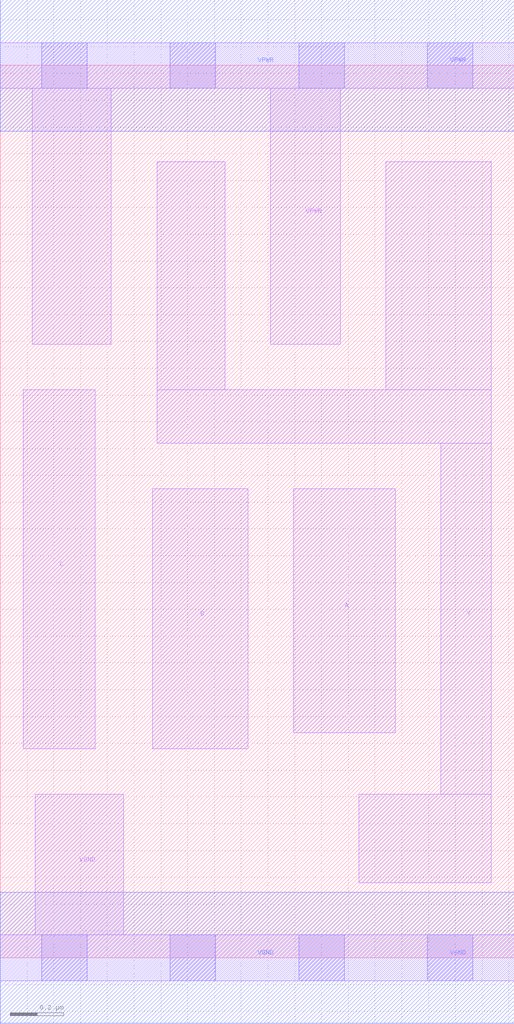
<source format=lef>
# Copyright 2020 The SkyWater PDK Authors
#
# Licensed under the Apache License, Version 2.0 (the "License");
# you may not use this file except in compliance with the License.
# You may obtain a copy of the License at
#
#     https://www.apache.org/licenses/LICENSE-2.0
#
# Unless required by applicable law or agreed to in writing, software
# distributed under the License is distributed on an "AS IS" BASIS,
# WITHOUT WARRANTIES OR CONDITIONS OF ANY KIND, either express or implied.
# See the License for the specific language governing permissions and
# limitations under the License.
#
# SPDX-License-Identifier: Apache-2.0

VERSION 5.7 ;
  NAMESCASESENSITIVE ON ;
  NOWIREEXTENSIONATPIN ON ;
  DIVIDERCHAR "/" ;
  BUSBITCHARS "[]" ;
UNITS
  DATABASE MICRONS 200 ;
END UNITS
MACRO sky130_fd_sc_lp__nand3_0
  CLASS CORE ;
  SOURCE USER ;
  FOREIGN sky130_fd_sc_lp__nand3_0 ;
  ORIGIN  0.000000  0.000000 ;
  SIZE  1.920000 BY  3.330000 ;
  SYMMETRY X Y R90 ;
  SITE unit ;
  PIN A
    ANTENNAGATEAREA  0.159000 ;
    DIRECTION INPUT ;
    USE SIGNAL ;
    PORT
      LAYER li1 ;
        RECT 1.095000 0.840000 1.475000 1.750000 ;
    END
  END A
  PIN B
    ANTENNAGATEAREA  0.159000 ;
    DIRECTION INPUT ;
    USE SIGNAL ;
    PORT
      LAYER li1 ;
        RECT 0.570000 0.780000 0.925000 1.750000 ;
    END
  END B
  PIN C
    ANTENNAGATEAREA  0.159000 ;
    DIRECTION INPUT ;
    USE SIGNAL ;
    PORT
      LAYER li1 ;
        RECT 0.085000 0.780000 0.355000 2.120000 ;
    END
  END C
  PIN Y
    ANTENNADIFFAREA  0.460100 ;
    DIRECTION OUTPUT ;
    USE SIGNAL ;
    PORT
      LAYER li1 ;
        RECT 0.585000 1.920000 1.835000 2.120000 ;
        RECT 0.585000 2.120000 0.840000 2.970000 ;
        RECT 1.340000 0.280000 1.835000 0.610000 ;
        RECT 1.440000 2.120000 1.835000 2.970000 ;
        RECT 1.645000 0.610000 1.835000 1.920000 ;
    END
  END Y
  PIN VGND
    DIRECTION INOUT ;
    USE GROUND ;
    PORT
      LAYER li1 ;
        RECT 0.000000 -0.085000 1.920000 0.085000 ;
        RECT 0.130000  0.085000 0.460000 0.610000 ;
      LAYER mcon ;
        RECT 0.155000 -0.085000 0.325000 0.085000 ;
        RECT 0.635000 -0.085000 0.805000 0.085000 ;
        RECT 1.115000 -0.085000 1.285000 0.085000 ;
        RECT 1.595000 -0.085000 1.765000 0.085000 ;
      LAYER met1 ;
        RECT 0.000000 -0.245000 1.920000 0.245000 ;
    END
  END VGND
  PIN VPWR
    DIRECTION INOUT ;
    USE POWER ;
    PORT
      LAYER li1 ;
        RECT 0.000000 3.245000 1.920000 3.415000 ;
        RECT 0.120000 2.290000 0.415000 3.245000 ;
        RECT 1.010000 2.290000 1.270000 3.245000 ;
      LAYER mcon ;
        RECT 0.155000 3.245000 0.325000 3.415000 ;
        RECT 0.635000 3.245000 0.805000 3.415000 ;
        RECT 1.115000 3.245000 1.285000 3.415000 ;
        RECT 1.595000 3.245000 1.765000 3.415000 ;
      LAYER met1 ;
        RECT 0.000000 3.085000 1.920000 3.575000 ;
    END
  END VPWR
END sky130_fd_sc_lp__nand3_0

</source>
